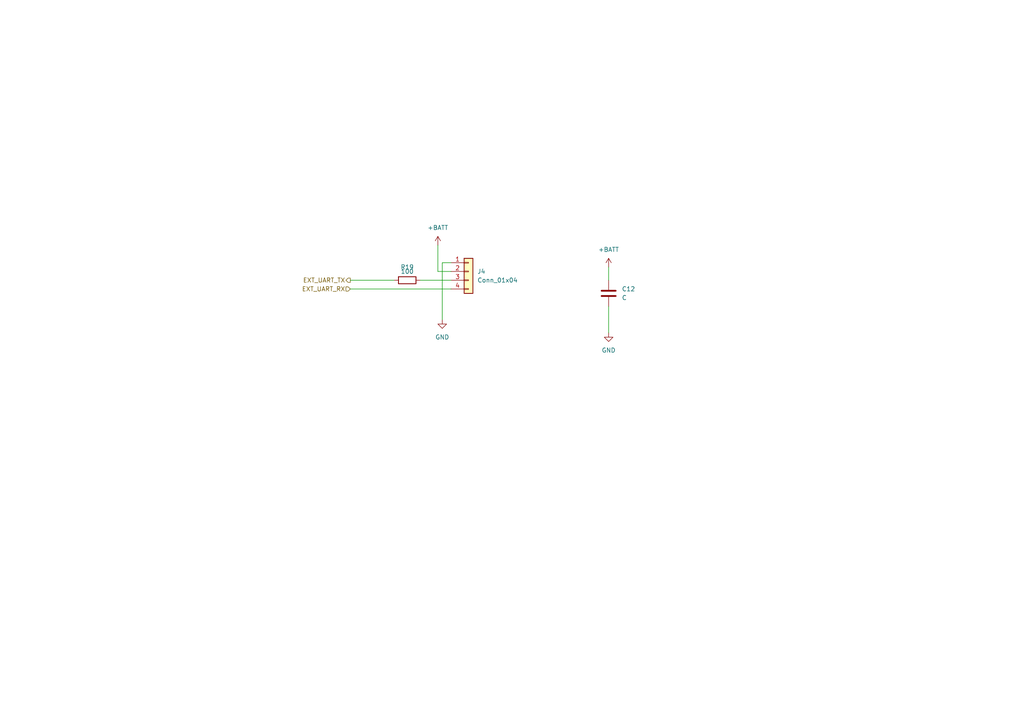
<source format=kicad_sch>
(kicad_sch (version 20230121) (generator eeschema)
  (paper "A4")
  (lib_symbols
    (symbol "Connector_Generic:Conn_01x04" (pin_names (offset 1.016) hide)
      (property "Reference" "J" (at 0 5.08 0))
      (property "Value" "Conn_01x04" (at 0 -7.62 0))
      (symbol "Conn_01x04_1_1"
        (rectangle (start -1.27 -4.953) (end 0 -5.207) (stroke (width 0.1524)))
        (rectangle (start -1.27 -2.413) (end 0 -2.667) (stroke (width 0.1524)))
        (rectangle (start -1.27 0.127) (end 0 -0.127) (stroke (width 0.1524)))
        (rectangle (start -1.27 2.667) (end 0 2.413) (stroke (width 0.1524)))
        (rectangle (start -1.27 3.81) (end 1.27 -6.35) (stroke (width 0.254)) (fill (type background)))
        (pin passive line (at -5.08 2.54 0) (length 3.81) (name "Pin_1") (number "1"))
        (pin passive line (at -5.08 0 0) (length 3.81) (name "Pin_2") (number "2"))
        (pin passive line (at -5.08 -2.54 0) (length 3.81) (name "Pin_3") (number "3"))
        (pin passive line (at -5.08 -5.08 0) (length 3.81) (name "Pin_4") (number "4"))
      )
    )
    (symbol "Device:C" (pin_numbers hide) (pin_names (offset 0.254))
      (property "Reference" "C" (at 0.635 2.54 0))
      (property "Value" "C" (at 0.635 -2.54 0))
      (symbol "C_0_1"
        (polyline (pts (xy -2.032 -0.762) (xy 2.032 -0.762)) (stroke (width 0.508)))
        (polyline (pts (xy -2.032 0.762) (xy 2.032 0.762)) (stroke (width 0.508)))
      )
      (symbol "C_1_1"
        (pin passive line (at 0 3.81 270) (length 2.794) (name "~") (number "1"))
        (pin passive line (at 0 -3.81 90) (length 2.794) (name "~") (number "2"))
      )
    )
    (symbol "Device:R" (pin_numbers hide) (pin_names (offset 0))
      (property "Reference" "R" (at 2.032 0 90))
      (property "Value" "R" (at 0 0 90))
      (symbol "R_0_1"
        (rectangle (start -1.016 -2.54) (end 1.016 2.54) (stroke (width 0.254)))
      )
      (symbol "R_1_1"
        (pin passive line (at 0 3.81 270) (length 1.27) (name "~") (number "1"))
        (pin passive line (at 0 -3.81 90) (length 1.27) (name "~") (number "2"))
      )
    )
    (symbol "power:+BATT" (power) (pin_names (offset 0))
      (property "Value" "+BATT" (at 0 3.556 0))
      (symbol "+BATT_0_1"
        (polyline (pts (xy -0.762 1.27) (xy 0 2.54)))
        (polyline (pts (xy 0 0) (xy 0 2.54)))
        (polyline (pts (xy 0 2.54) (xy 0.762 1.27)))
      )
      (symbol "+BATT_1_1"
        (pin power_in line (at 0 0 90) (length 0) hide (name "+BATT") (number "1"))
      )
    )
    (symbol "power:GND" (power) (pin_names (offset 0))
      (property "Value" "GND" (at 0 -3.81 0))
      (symbol "GND_0_1"
        (polyline (pts (xy 0 0) (xy 0 -1.27) (xy 1.27 -1.27) (xy 0 -2.54) (xy -1.27 -1.27) (xy 0 -1.27)))
      )
      (symbol "GND_1_1"
        (pin power_in line (at 0 0 270) (length 0) hide (name "GND") (number "1"))
      )
    )
  )
  (wire (pts (xy 128.27 76.2) (xy 128.27 92.71)))
  (wire (pts (xy 121.92 81.28) (xy 130.81 81.28)))
  (wire (pts (xy 130.81 78.74) (xy 127 78.74)))
  (wire (pts (xy 127 71.12) (xy 127 78.74)))
  (wire (pts (xy 101.6 81.28) (xy 114.3 81.28)))
  (wire (pts (xy 101.6 83.82) (xy 130.81 83.82)))
  (wire (pts (xy 176.53 77.47) (xy 176.53 81.28)))
  (wire (pts (xy 176.53 88.9) (xy 176.53 96.52)))
  (wire (pts (xy 130.81 76.2) (xy 128.27 76.2)))
  (hierarchical_label "EXT_UART_RX" (shape input) (at 101.6 83.82 180))
  (hierarchical_label "EXT_UART_TX" (shape output) (at 101.6 81.28 180))
  (symbol (lib_id "Connector_Generic:Conn_01x04") (at 135.89 78.74 0) (unit 1)
    (property "Reference" "J4" (at 138.43 78.74 0) (effects (justify left)))
    (property "Value" "Conn_01x04" (at 138.43 81.28 0) (effects (justify left)))
    (property "Footprint" "Connector_PinHeader_2.54mm:PinHeader_1x04_P2.54mm_Vertical" (effects hide))
  )
  (symbol (lib_id "Device:R") (at 118.11 81.28 90) (unit 1)
    (property "Reference" "R19" (at 118.11 77.47 90))
    (property "Value" "100" (at 118.11 78.74 90))
    (property "Footprint" "Resistor_SMD:R_0603_1608Metric" (effects hide))
  )
  (symbol (lib_id "power:GND") (at 176.53 96.52 0) (unit 1)
    (property "Reference" "#PWR026" (effects hide))
    (property "Value" "GND" (at 176.53 101.6 0))
  )
  (symbol (lib_id "power:+BATT") (at 127 71.12 0) (unit 1)
    (property "Reference" "#PWR024" (effects hide))
    (property "Value" "+BATT" (at 127 66.04 0))
  )
  (symbol (lib_id "power:+BATT") (at 176.53 77.47 0) (unit 1)
    (property "Reference" "#PWR027" (effects hide))
    (property "Value" "+BATT" (at 176.53 72.39 0))
  )
  (symbol (lib_id "power:GND") (at 128.27 92.71 0) (unit 1)
    (property "Reference" "#PWR025" (effects hide))
    (property "Value" "GND" (at 128.27 97.79 0))
  )
  (symbol (lib_id "Device:C") (at 176.53 85.09 0) (unit 1)
    (property "Reference" "C12" (at 180.34 83.82 0) (effects (justify left)))
    (property "Value" "C" (at 180.34 86.36 0) (effects (justify left)))
    (property "Footprint" "Capacitor_SMD:C_0603_1608Metric" (effects hide))
  )
)
</source>
